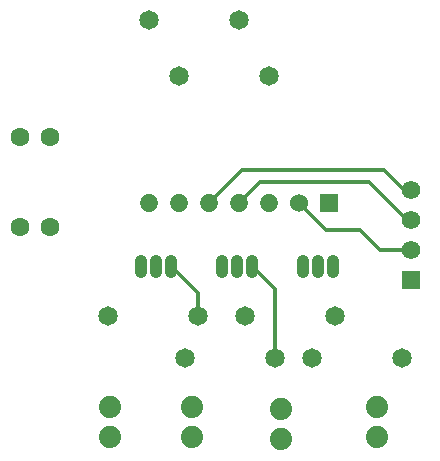
<source format=gbl>
G04 Layer: BottomLayer*
G04 EasyEDA v6.1.41, Thu, 16 May 2019 15:27:20 GMT*
G04 2d326a8386664dfebb0799a9ee8975a2,41c397309db345c68939c290f9bc7d8a,10*
G04 Gerber Generator version 0.2*
G04 Scale: 100 percent, Rotated: No, Reflected: No *
G04 Dimensions in millimeters *
G04 leading zeros omitted , absolute positions ,3 integer and 3 decimal *
%FSLAX33Y33*%
%MOMM*%
G90*
G71D02*

%ADD11C,0.354000*%
%ADD12C,1.524000*%
%ADD15C,1.574800*%
%ADD16C,1.599997*%
%ADD17C,1.879600*%
%ADD18C,1.651000*%
%ADD19C,0.999998*%

%LPD*%
G54D11*
G01X22733Y25692D02*
G01X24511Y27470D01*
G01X33782Y27470D01*
G01X36957Y24295D01*
G01X37297Y24295D01*
G01X20193Y25692D02*
G01X22987Y28486D01*
G01X35052Y28486D01*
G01X36703Y26835D01*
G01X37297Y26835D01*
G01X23876Y20358D02*
G01X25781Y18453D01*
G01X25781Y12611D01*
G01X17018Y20358D02*
G01X19304Y18072D01*
G01X19304Y16167D01*
G01X27813Y25692D02*
G01X30099Y23406D01*
G01X33020Y23406D01*
G01X34671Y21755D01*
G01X37297Y21755D01*
G54D12*
G01X27813Y25692D03*
G36*
G01X31115Y24930D02*
G01X29591Y24930D01*
G01X29591Y26454D01*
G01X31115Y26454D01*
G01X31115Y24930D01*
G37*
G36*
G01X36509Y18427D02*
G01X36509Y20002D01*
G01X38084Y20002D01*
G01X38084Y18427D01*
G01X36509Y18427D01*
G37*
G54D15*
G01X37297Y21755D03*
G01X37297Y24295D03*
G01X37297Y26835D03*
G54D16*
G01X4191Y23660D03*
G01X6731Y23660D03*
G01X6731Y31280D03*
G01X4191Y31280D03*
G54D17*
G01X18796Y5880D03*
G01X18796Y8420D03*
G01X11811Y5880D03*
G01X11811Y8420D03*
G54D18*
G01X25781Y12611D03*
G01X18161Y12611D03*
G01X19304Y16167D03*
G01X11684Y16167D03*
G54D17*
G01X26289Y5753D03*
G01X26289Y8293D03*
G54D18*
G01X30861Y16167D03*
G01X23241Y16167D03*
G01X25273Y36487D03*
G01X17653Y36487D03*
G01X22733Y41186D03*
G01X15113Y41186D03*
G54D17*
G01X34417Y5880D03*
G01X34417Y8420D03*
G54D18*
G01X28956Y12611D03*
G01X36576Y12611D03*
G54D12*
G01X25273Y25692D02*
G01X25273Y25692D01*
G01X22733Y25692D02*
G01X22733Y25692D01*
G01X20193Y25692D02*
G01X20193Y25692D01*
G01X17653Y25692D02*
G01X17653Y25692D01*
G01X15113Y25692D02*
G01X15113Y25692D01*
G54D19*
G01X23876Y19858D02*
G01X23876Y20858D01*
G01X22606Y19858D02*
G01X22606Y20858D01*
G01X21336Y19858D02*
G01X21336Y20858D01*
G01X17018Y19858D02*
G01X17018Y20858D01*
G01X15748Y19858D02*
G01X15748Y20858D01*
G01X14478Y19858D02*
G01X14478Y20858D01*
G01X30734Y19858D02*
G01X30734Y20858D01*
G01X29464Y19858D02*
G01X29464Y20858D01*
G01X28194Y19858D02*
G01X28194Y20858D01*
M00*
M02*

</source>
